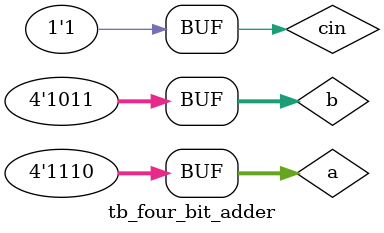
<source format=v>
module tb_four_bit_adder();
reg [3:0]a,b;
reg cin;
wire [3:0]sum;
wire cout;
four_bit_adder dut(.a(a),.b(b),.cin(cin),.sum(sum),.cout(cout));

initial begin
a = 4'b1000;b = 4'b0001;cin = 1'b1;#5;
a = 4'b1001;b = 4'b0001;cin = 1'b1;#5;
a = 4'b1010;b = 4'b0011;cin = 1'b1;#5;
a = 4'b1110;b = 4'b1011;cin = 1'b1;#5;


end

endmodule

</source>
